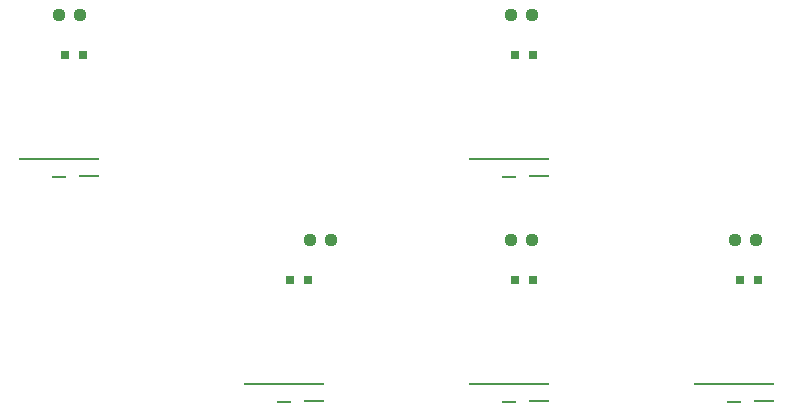
<source format=gbr>
%TF.GenerationSoftware,KiCad,Pcbnew,(7.0.0)*%
%TF.CreationDate,2023-03-01T23:29:27-08:00*%
%TF.ProjectId,JoyKeyMini,4a6f794b-6579-44d6-996e-692e6b696361,1*%
%TF.SameCoordinates,Original*%
%TF.FileFunction,Paste,Top*%
%TF.FilePolarity,Positive*%
%FSLAX46Y46*%
G04 Gerber Fmt 4.6, Leading zero omitted, Abs format (unit mm)*
G04 Created by KiCad (PCBNEW (7.0.0)) date 2023-03-01 23:29:27*
%MOMM*%
%LPD*%
G01*
G04 APERTURE LIST*
G04 Aperture macros list*
%AMRoundRect*
0 Rectangle with rounded corners*
0 $1 Rounding radius*
0 $2 $3 $4 $5 $6 $7 $8 $9 X,Y pos of 4 corners*
0 Add a 4 corners polygon primitive as box body*
4,1,4,$2,$3,$4,$5,$6,$7,$8,$9,$2,$3,0*
0 Add four circle primitives for the rounded corners*
1,1,$1+$1,$2,$3*
1,1,$1+$1,$4,$5*
1,1,$1+$1,$6,$7*
1,1,$1+$1,$8,$9*
0 Add four rect primitives between the rounded corners*
20,1,$1+$1,$2,$3,$4,$5,0*
20,1,$1+$1,$4,$5,$6,$7,0*
20,1,$1+$1,$6,$7,$8,$9,0*
20,1,$1+$1,$8,$9,$2,$3,0*%
G04 Aperture macros list end*
%ADD10R,0.800000X0.800000*%
%ADD11R,1.758000X0.284000*%
%ADD12R,1.312000X0.254000*%
%ADD13R,6.832600X0.228600*%
%ADD14RoundRect,0.237500X-0.250000X-0.237500X0.250000X-0.237500X0.250000X0.237500X-0.250000X0.237500X0*%
%ADD15RoundRect,0.237500X0.250000X0.237500X-0.250000X0.237500X-0.250000X-0.237500X0.250000X-0.237500X0*%
G04 APERTURE END LIST*
D10*
%TO.C,SW1*%
X38563164Y-34338849D03*
X40063164Y-34338849D03*
D11*
X40573164Y-44610849D03*
D12*
X38043164Y-44625849D03*
D13*
X38093964Y-43101849D03*
%TD*%
D14*
%TO.C,R7*%
X95300665Y-49968850D03*
X97125665Y-49968850D03*
%TD*%
%TO.C,R6*%
X76300665Y-49968850D03*
X78125665Y-49968850D03*
%TD*%
%TO.C,R5*%
X76300665Y-30968850D03*
X78125665Y-30968850D03*
%TD*%
D15*
%TO.C,R4*%
X61125665Y-49968850D03*
X59300665Y-49968850D03*
%TD*%
D14*
%TO.C,R1*%
X38050665Y-30968850D03*
X39875665Y-30968850D03*
%TD*%
D13*
%TO.C,SW6*%
X95243964Y-62151849D03*
D12*
X95193164Y-63675849D03*
D11*
X97723164Y-63660849D03*
D10*
X97213164Y-53388849D03*
X95713164Y-53388849D03*
%TD*%
D13*
%TO.C,SW4*%
X76193964Y-43101849D03*
D12*
X76143164Y-44625849D03*
D11*
X78673164Y-44610849D03*
D10*
X78163164Y-34338849D03*
X76663164Y-34338849D03*
%TD*%
D13*
%TO.C,SW5*%
X76193964Y-62151849D03*
D12*
X76143164Y-63675849D03*
D11*
X78673164Y-63660849D03*
D10*
X78163164Y-53388849D03*
X76663164Y-53388849D03*
%TD*%
D13*
%TO.C,SW3*%
X57143964Y-62151849D03*
D12*
X57093164Y-63675849D03*
D11*
X59623164Y-63660849D03*
D10*
X59113164Y-53388849D03*
X57613164Y-53388849D03*
%TD*%
M02*

</source>
